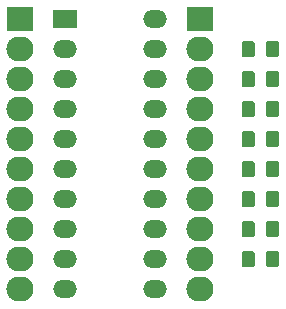
<source format=gbr>
%TF.GenerationSoftware,KiCad,Pcbnew,(5.1.8)-1*%
%TF.CreationDate,2023-01-12T00:15:59+03:00*%
%TF.ProjectId,273,3237332e-6b69-4636-9164-5f7063625858,rev?*%
%TF.SameCoordinates,Original*%
%TF.FileFunction,Soldermask,Top*%
%TF.FilePolarity,Negative*%
%FSLAX46Y46*%
G04 Gerber Fmt 4.6, Leading zero omitted, Abs format (unit mm)*
G04 Created by KiCad (PCBNEW (5.1.8)-1) date 2023-01-12 00:15:59*
%MOMM*%
%LPD*%
G01*
G04 APERTURE LIST*
%ADD10R,2.300000X2.100000*%
%ADD11O,2.300000X2.100000*%
%ADD12R,2.000000X1.500000*%
%ADD13O,2.000000X1.500000*%
G04 APERTURE END LIST*
%TO.C,D8*%
G36*
G01*
X92260000Y-52889999D02*
X92260000Y-53790001D01*
G75*
G02*
X92010001Y-54040000I-249999J0D01*
G01*
X91359999Y-54040000D01*
G75*
G02*
X91110000Y-53790001I0J249999D01*
G01*
X91110000Y-52889999D01*
G75*
G02*
X91359999Y-52640000I249999J0D01*
G01*
X92010001Y-52640000D01*
G75*
G02*
X92260000Y-52889999I0J-249999D01*
G01*
G37*
G36*
G01*
X94310000Y-52889999D02*
X94310000Y-53790001D01*
G75*
G02*
X94060001Y-54040000I-249999J0D01*
G01*
X93409999Y-54040000D01*
G75*
G02*
X93160000Y-53790001I0J249999D01*
G01*
X93160000Y-52889999D01*
G75*
G02*
X93409999Y-52640000I249999J0D01*
G01*
X94060001Y-52640000D01*
G75*
G02*
X94310000Y-52889999I0J-249999D01*
G01*
G37*
%TD*%
%TO.C,D7*%
G36*
G01*
X92260000Y-50349999D02*
X92260000Y-51250001D01*
G75*
G02*
X92010001Y-51500000I-249999J0D01*
G01*
X91359999Y-51500000D01*
G75*
G02*
X91110000Y-51250001I0J249999D01*
G01*
X91110000Y-50349999D01*
G75*
G02*
X91359999Y-50100000I249999J0D01*
G01*
X92010001Y-50100000D01*
G75*
G02*
X92260000Y-50349999I0J-249999D01*
G01*
G37*
G36*
G01*
X94310000Y-50349999D02*
X94310000Y-51250001D01*
G75*
G02*
X94060001Y-51500000I-249999J0D01*
G01*
X93409999Y-51500000D01*
G75*
G02*
X93160000Y-51250001I0J249999D01*
G01*
X93160000Y-50349999D01*
G75*
G02*
X93409999Y-50100000I249999J0D01*
G01*
X94060001Y-50100000D01*
G75*
G02*
X94310000Y-50349999I0J-249999D01*
G01*
G37*
%TD*%
%TO.C,D6*%
G36*
G01*
X92260000Y-47809999D02*
X92260000Y-48710001D01*
G75*
G02*
X92010001Y-48960000I-249999J0D01*
G01*
X91359999Y-48960000D01*
G75*
G02*
X91110000Y-48710001I0J249999D01*
G01*
X91110000Y-47809999D01*
G75*
G02*
X91359999Y-47560000I249999J0D01*
G01*
X92010001Y-47560000D01*
G75*
G02*
X92260000Y-47809999I0J-249999D01*
G01*
G37*
G36*
G01*
X94310000Y-47809999D02*
X94310000Y-48710001D01*
G75*
G02*
X94060001Y-48960000I-249999J0D01*
G01*
X93409999Y-48960000D01*
G75*
G02*
X93160000Y-48710001I0J249999D01*
G01*
X93160000Y-47809999D01*
G75*
G02*
X93409999Y-47560000I249999J0D01*
G01*
X94060001Y-47560000D01*
G75*
G02*
X94310000Y-47809999I0J-249999D01*
G01*
G37*
%TD*%
%TO.C,D5*%
G36*
G01*
X92260000Y-45269999D02*
X92260000Y-46170001D01*
G75*
G02*
X92010001Y-46420000I-249999J0D01*
G01*
X91359999Y-46420000D01*
G75*
G02*
X91110000Y-46170001I0J249999D01*
G01*
X91110000Y-45269999D01*
G75*
G02*
X91359999Y-45020000I249999J0D01*
G01*
X92010001Y-45020000D01*
G75*
G02*
X92260000Y-45269999I0J-249999D01*
G01*
G37*
G36*
G01*
X94310000Y-45269999D02*
X94310000Y-46170001D01*
G75*
G02*
X94060001Y-46420000I-249999J0D01*
G01*
X93409999Y-46420000D01*
G75*
G02*
X93160000Y-46170001I0J249999D01*
G01*
X93160000Y-45269999D01*
G75*
G02*
X93409999Y-45020000I249999J0D01*
G01*
X94060001Y-45020000D01*
G75*
G02*
X94310000Y-45269999I0J-249999D01*
G01*
G37*
%TD*%
%TO.C,D4*%
G36*
G01*
X92260000Y-42729999D02*
X92260000Y-43630001D01*
G75*
G02*
X92010001Y-43880000I-249999J0D01*
G01*
X91359999Y-43880000D01*
G75*
G02*
X91110000Y-43630001I0J249999D01*
G01*
X91110000Y-42729999D01*
G75*
G02*
X91359999Y-42480000I249999J0D01*
G01*
X92010001Y-42480000D01*
G75*
G02*
X92260000Y-42729999I0J-249999D01*
G01*
G37*
G36*
G01*
X94310000Y-42729999D02*
X94310000Y-43630001D01*
G75*
G02*
X94060001Y-43880000I-249999J0D01*
G01*
X93409999Y-43880000D01*
G75*
G02*
X93160000Y-43630001I0J249999D01*
G01*
X93160000Y-42729999D01*
G75*
G02*
X93409999Y-42480000I249999J0D01*
G01*
X94060001Y-42480000D01*
G75*
G02*
X94310000Y-42729999I0J-249999D01*
G01*
G37*
%TD*%
%TO.C,D3*%
G36*
G01*
X92260000Y-40189999D02*
X92260000Y-41090001D01*
G75*
G02*
X92010001Y-41340000I-249999J0D01*
G01*
X91359999Y-41340000D01*
G75*
G02*
X91110000Y-41090001I0J249999D01*
G01*
X91110000Y-40189999D01*
G75*
G02*
X91359999Y-39940000I249999J0D01*
G01*
X92010001Y-39940000D01*
G75*
G02*
X92260000Y-40189999I0J-249999D01*
G01*
G37*
G36*
G01*
X94310000Y-40189999D02*
X94310000Y-41090001D01*
G75*
G02*
X94060001Y-41340000I-249999J0D01*
G01*
X93409999Y-41340000D01*
G75*
G02*
X93160000Y-41090001I0J249999D01*
G01*
X93160000Y-40189999D01*
G75*
G02*
X93409999Y-39940000I249999J0D01*
G01*
X94060001Y-39940000D01*
G75*
G02*
X94310000Y-40189999I0J-249999D01*
G01*
G37*
%TD*%
%TO.C,D2*%
G36*
G01*
X92260000Y-37649999D02*
X92260000Y-38550001D01*
G75*
G02*
X92010001Y-38800000I-249999J0D01*
G01*
X91359999Y-38800000D01*
G75*
G02*
X91110000Y-38550001I0J249999D01*
G01*
X91110000Y-37649999D01*
G75*
G02*
X91359999Y-37400000I249999J0D01*
G01*
X92010001Y-37400000D01*
G75*
G02*
X92260000Y-37649999I0J-249999D01*
G01*
G37*
G36*
G01*
X94310000Y-37649999D02*
X94310000Y-38550001D01*
G75*
G02*
X94060001Y-38800000I-249999J0D01*
G01*
X93409999Y-38800000D01*
G75*
G02*
X93160000Y-38550001I0J249999D01*
G01*
X93160000Y-37649999D01*
G75*
G02*
X93409999Y-37400000I249999J0D01*
G01*
X94060001Y-37400000D01*
G75*
G02*
X94310000Y-37649999I0J-249999D01*
G01*
G37*
%TD*%
%TO.C,D1*%
G36*
G01*
X92260000Y-35109999D02*
X92260000Y-36010001D01*
G75*
G02*
X92010001Y-36260000I-249999J0D01*
G01*
X91359999Y-36260000D01*
G75*
G02*
X91110000Y-36010001I0J249999D01*
G01*
X91110000Y-35109999D01*
G75*
G02*
X91359999Y-34860000I249999J0D01*
G01*
X92010001Y-34860000D01*
G75*
G02*
X92260000Y-35109999I0J-249999D01*
G01*
G37*
G36*
G01*
X94310000Y-35109999D02*
X94310000Y-36010001D01*
G75*
G02*
X94060001Y-36260000I-249999J0D01*
G01*
X93409999Y-36260000D01*
G75*
G02*
X93160000Y-36010001I0J249999D01*
G01*
X93160000Y-35109999D01*
G75*
G02*
X93409999Y-34860000I249999J0D01*
G01*
X94060001Y-34860000D01*
G75*
G02*
X94310000Y-35109999I0J-249999D01*
G01*
G37*
%TD*%
D10*
%TO.C,J1*%
X72390000Y-33020000D03*
D11*
X72390000Y-35560000D03*
X72390000Y-38100000D03*
X72390000Y-40640000D03*
X72390000Y-43180000D03*
X72390000Y-45720000D03*
X72390000Y-48260000D03*
X72390000Y-50800000D03*
X72390000Y-53340000D03*
X72390000Y-55880000D03*
%TD*%
%TO.C,J2*%
X87630000Y-55880000D03*
X87630000Y-53340000D03*
X87630000Y-50800000D03*
X87630000Y-48260000D03*
X87630000Y-45720000D03*
X87630000Y-43180000D03*
X87630000Y-40640000D03*
X87630000Y-38100000D03*
X87630000Y-35560000D03*
D10*
X87630000Y-33020000D03*
%TD*%
D12*
%TO.C,U1*%
X76200000Y-33020000D03*
D13*
X83820000Y-55880000D03*
X76200000Y-35560000D03*
X83820000Y-53340000D03*
X76200000Y-38100000D03*
X83820000Y-50800000D03*
X76200000Y-40640000D03*
X83820000Y-48260000D03*
X76200000Y-43180000D03*
X83820000Y-45720000D03*
X76200000Y-45720000D03*
X83820000Y-43180000D03*
X76200000Y-48260000D03*
X83820000Y-40640000D03*
X76200000Y-50800000D03*
X83820000Y-38100000D03*
X76200000Y-53340000D03*
X83820000Y-35560000D03*
X76200000Y-55880000D03*
X83820000Y-33020000D03*
%TD*%
M02*

</source>
